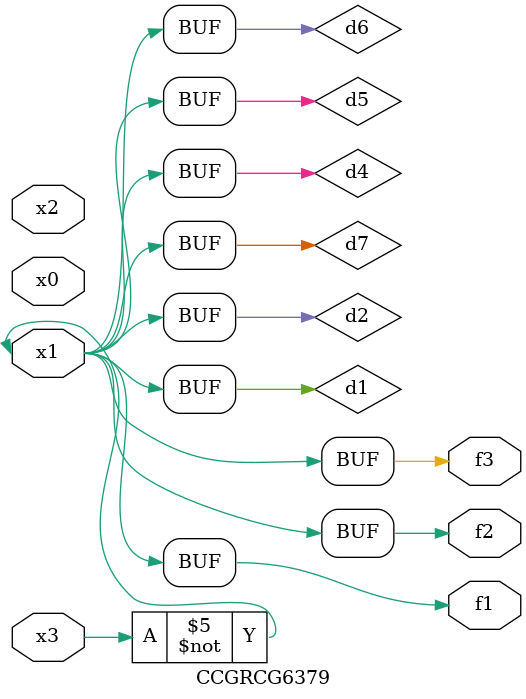
<source format=v>
module CCGRCG6379(
	input x0, x1, x2, x3,
	output f1, f2, f3
);

	wire d1, d2, d3, d4, d5, d6, d7;

	not (d1, x3);
	buf (d2, x1);
	xnor (d3, d1, d2);
	nor (d4, d1);
	buf (d5, d1, d2);
	buf (d6, d4, d5);
	nand (d7, d4);
	assign f1 = d6;
	assign f2 = d7;
	assign f3 = d6;
endmodule

</source>
